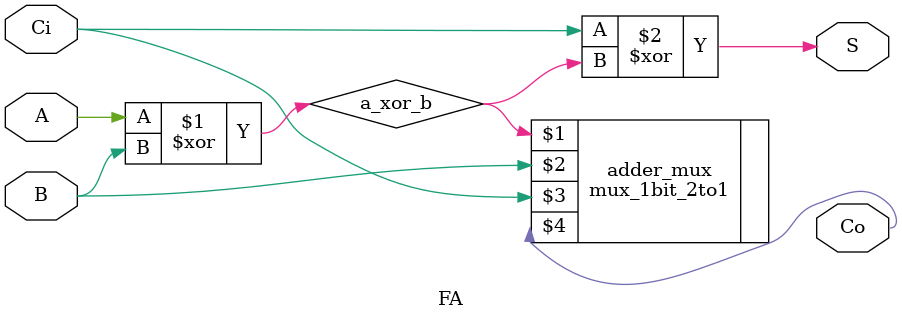
<source format=v>
module part3 (SW, LEDR, HEX0, HEX1, HEX2, HEX3, HEX4, HEX5);
	input [9:0] SW;
	output [9:0] LEDR;
	output [0:6] HEX0;
	output [0:6] HEX1;
	output [0:6] HEX2;
	output [0:6] HEX3;
	output [0:6] HEX4;
	output [0:6] HEX5;
		
	FA_4_bit_ripple four_bit_ripple (SW[8], SW[7:4], SW[3:0], LEDR[3:0], LEDR[4]);
		
endmodule

module FA_4_bit_ripple(Cin, A, B, S, Cout);
	input [3:0] A, B;
	input Cin;
	output [3:0] S, Cout;
	wire [3:1] C;
	
	FA FA0 (Cin, A[0], B[0], S[0], C[1]);
	FA FA1 (C[1], A[1], B[1], S[1], C[2]);
	FA FA2 (C[2], A[2], B[2], S[2], C[3]);
	FA FA3 (C[3], A[3], B[3], S[3], Cout);

endmodule

module FA(Ci, A, B, S, Co);
	input Ci, A, B;
	output S, Co;
	wire a_xor_b;
	
	assign a_xor_b = A^B;
	
	mux_1bit_2to1 adder_mux(a_xor_b, B, Ci, Co);
	
	assign S = Ci^a_xor_b;
	
endmodule

</source>
